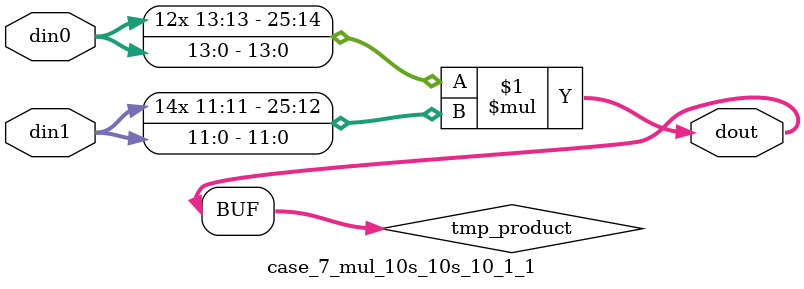
<source format=v>

`timescale 1 ns / 1 ps

 module case_7_mul_10s_10s_10_1_1(din0, din1, dout);
parameter ID = 1;
parameter NUM_STAGE = 0;
parameter din0_WIDTH = 14;
parameter din1_WIDTH = 12;
parameter dout_WIDTH = 26;

input [din0_WIDTH - 1 : 0] din0; 
input [din1_WIDTH - 1 : 0] din1; 
output [dout_WIDTH - 1 : 0] dout;

wire signed [dout_WIDTH - 1 : 0] tmp_product;



























assign tmp_product = $signed(din0) * $signed(din1);








assign dout = tmp_product;





















endmodule

</source>
